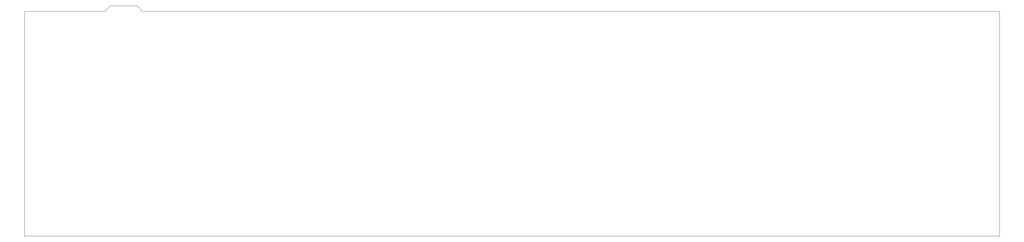
<source format=gm1>
G04 #@! TF.GenerationSoftware,KiCad,Pcbnew,(5.0.0-rc2-dev-733-g23a9fcd91)*
G04 #@! TF.CreationDate,2018-05-24T07:34:15-04:00*
G04 #@! TF.ProjectId,90plus_col2row,3930706C75735F636F6C32726F772E6B,rev?*
G04 #@! TF.SameCoordinates,Original*
G04 #@! TF.FileFunction,Profile,NP*
%FSLAX46Y46*%
G04 Gerber Fmt 4.6, Leading zero omitted, Abs format (unit mm)*
G04 Created by KiCad (PCBNEW (5.0.0-rc2-dev-733-g23a9fcd91)) date 05/24/18 07:34:15*
%MOMM*%
%LPD*%
G01*
G04 APERTURE LIST*
%ADD10C,0.150000*%
G04 APERTURE END LIST*
D10*
X59531250Y-240506250D02*
X59531250Y-242887500D01*
X95250000Y-240506250D02*
X59531250Y-240506250D01*
X97631250Y-238125000D02*
X95250000Y-240506250D01*
X109537500Y-238125000D02*
X97631250Y-238125000D01*
X111918750Y-240506250D02*
X109537500Y-238125000D01*
X492918750Y-240506250D02*
X111918750Y-240506250D01*
X492918750Y-242887500D02*
X492918750Y-240506250D01*
X492918750Y-340518750D02*
X492918750Y-242887500D01*
X59531250Y-340518750D02*
X492918750Y-340518750D01*
X59531250Y-242887500D02*
X59531250Y-340518750D01*
M02*

</source>
